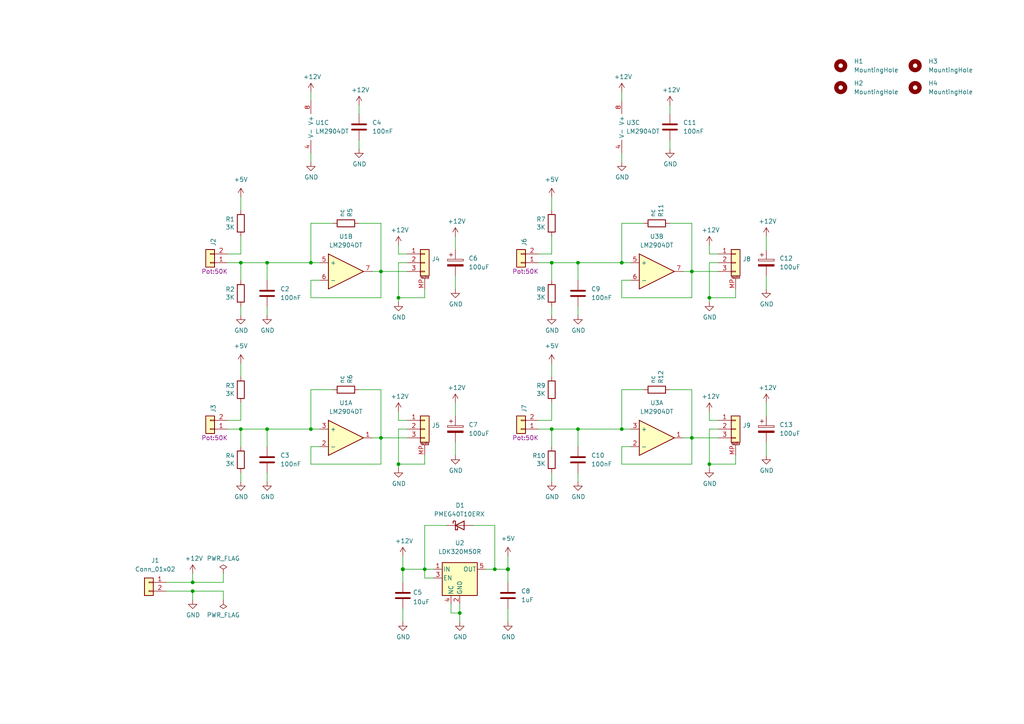
<source format=kicad_sch>
(kicad_sch (version 20210621) (generator eeschema)
  (paper "A4")
  (title_block (title "Mini Light Control") (date "2021-10-10") (rev "V1.0") (company "Antoine163"))
  (lib_symbols
    (symbol "Connector_Generic:Conn_01x02" (pin_names (offset 1.016) hide)
      (property "Reference" "J" (at 0 2.54 0))
      (property "Value" "Conn_01x02" (at 0 -5.08 0))
      (symbol "Conn_01x02_1_1"
        (rectangle (start -1.27 -2.413) (end 0 -2.667) (stroke (width 0.1524)))
        (rectangle (start -1.27 0.127) (end 0 -0.127) (stroke (width 0.1524)))
        (rectangle (start -1.27 1.27) (end 1.27 -3.81) (stroke (width 0.254)) (fill (type background)))
        (pin passive line (at -5.08 0 0) (length 3.81) (name "Pin_1") (number "1"))
        (pin passive line (at -5.08 -2.54 0) (length 3.81) (name "Pin_2") (number "2"))
      )
    )
    (symbol "Connector_Generic_MountingPin:Conn_01x03_MountingPin" (pin_names (offset 1.016) hide)
      (property "Reference" "J" (at 0 5.08 0))
      (property "Value" "Conn_01x03_MountingPin" (at 1.27 -5.08 0))
      (symbol "Conn_01x03_MountingPin_1_1"
        (text "Mounting" (at 0 -4.191 0) (effects (font (size 0.381 0.381))))
        (rectangle (start -1.27 -2.413) (end 0 -2.667) (stroke (width 0.1524)))
        (rectangle (start -1.27 0.127) (end 0 -0.127) (stroke (width 0.1524)))
        (rectangle (start -1.27 2.667) (end 0 2.413) (stroke (width 0.1524)))
        (rectangle (start -1.27 3.81) (end 1.27 -3.81) (stroke (width 0.254)) (fill (type background)))
        (polyline (pts (xy -1.016 -4.572) (xy 1.016 -4.572)) (stroke (width 0.1524)))
        (pin passive line (at -5.08 2.54 0) (length 3.81) (name "Pin_1") (number "1"))
        (pin passive line (at -5.08 0 0) (length 3.81) (name "Pin_2") (number "2"))
        (pin passive line (at -5.08 -2.54 0) (length 3.81) (name "Pin_3") (number "3"))
        (pin passive line (at 0 -7.62 90) (length 3.048) (name "MountPin") (number "MP"))
      )
    )
    (symbol "Device:C" (pin_numbers hide) (pin_names (offset 0.254))
      (property "Reference" "C" (at 0.635 2.54 0))
      (property "Value" "C" (at 0.635 -2.54 0))
      (symbol "C_0_1"
        (polyline (pts (xy -2.032 -0.762) (xy 2.032 -0.762)) (stroke (width 0.508)))
        (polyline (pts (xy -2.032 0.762) (xy 2.032 0.762)) (stroke (width 0.508)))
      )
      (symbol "C_1_1"
        (pin passive line (at 0 3.81 270) (length 2.794) (name "~") (number "1"))
        (pin passive line (at 0 -3.81 90) (length 2.794) (name "~") (number "2"))
      )
    )
    (symbol "Device:C_Polarized" (pin_numbers hide) (pin_names (offset 0.254))
      (property "Reference" "C" (at 0.635 2.54 0))
      (property "Value" "C_Polarized" (at 0.635 -2.54 0))
      (symbol "C_Polarized_0_1"
        (rectangle (start -2.286 0.508) (end 2.286 1.016))
        (rectangle (start 2.286 -0.508) (end -2.286 -1.016) (fill (type outline)))
        (polyline (pts (xy -1.778 2.286) (xy -0.762 2.286)))
        (polyline (pts (xy -1.27 2.794) (xy -1.27 1.778)))
      )
      (symbol "C_Polarized_1_1"
        (pin passive line (at 0 3.81 270) (length 2.794) (name "~") (number "1"))
        (pin passive line (at 0 -3.81 90) (length 2.794) (name "~") (number "2"))
      )
    )
    (symbol "Device:D_Schottky" (pin_numbers hide) (pin_names (offset 1.016) hide)
      (property "Reference" "D" (at 0 2.54 0))
      (property "Value" "D_Schottky" (at 0 -2.54 0))
      (symbol "D_Schottky_0_1"
        (polyline (pts (xy 1.27 0) (xy -1.27 0)))
        (polyline (pts (xy 1.27 1.27) (xy 1.27 -1.27) (xy -1.27 0) (xy 1.27 1.27)) (stroke (width 0.254)))
        (polyline (pts (xy -1.905 0.635) (xy -1.905 1.27) (xy -1.27 1.27) (xy -1.27 -1.27) (xy -0.635 -1.27) (xy -0.635 -0.635)) (stroke (width 0.254)))
      )
      (symbol "D_Schottky_1_1"
        (pin passive line (at -3.81 0 0) (length 2.54) (name "K") (number "1"))
        (pin passive line (at 3.81 0 180) (length 2.54) (name "A") (number "2"))
      )
    )
    (symbol "Device:Opamp_Dual"
      (property "Reference" "U" (at 0 5.08 0))
      (property "Value" "Opamp_Dual" (at 0 -5.08 0))
      (symbol "Opamp_Dual_1_1"
        (polyline (pts (xy -5.08 5.08) (xy 5.08 0) (xy -5.08 -5.08) (xy -5.08 5.08)) (stroke (width 0.254)) (fill (type background)))
        (pin output line (at 7.62 0 180) (length 2.54) (name "~") (number "1"))
        (pin input line (at -7.62 -2.54 0) (length 2.54) (name "-") (number "2"))
        (pin input line (at -7.62 2.54 0) (length 2.54) (name "+") (number "3"))
      )
      (symbol "Opamp_Dual_2_1"
        (polyline (pts (xy -5.08 5.08) (xy 5.08 0) (xy -5.08 -5.08) (xy -5.08 5.08)) (stroke (width 0.254)) (fill (type background)))
        (pin input line (at -7.62 2.54 0) (length 2.54) (name "+") (number "5"))
        (pin input line (at -7.62 -2.54 0) (length 2.54) (name "-") (number "6"))
        (pin output line (at 7.62 0 180) (length 2.54) (name "~") (number "7"))
      )
      (symbol "Opamp_Dual_3_1"
        (pin power_in line (at -2.54 -7.62 90) (length 3.81) (name "V-") (number "4"))
        (pin power_in line (at -2.54 7.62 270) (length 3.81) (name "V+") (number "8"))
      )
    )
    (symbol "Device:R" (pin_numbers hide) (pin_names (offset 0))
      (property "Reference" "R" (at 2.032 0 90))
      (property "Value" "R" (at 0 0 90))
      (symbol "R_0_1"
        (rectangle (start -1.016 -2.54) (end 1.016 2.54) (stroke (width 0.254)))
      )
      (symbol "R_1_1"
        (pin passive line (at 0 3.81 270) (length 1.27) (name "~") (number "1"))
        (pin passive line (at 0 -3.81 90) (length 1.27) (name "~") (number "2"))
      )
    )
    (symbol "Mechanical:MountingHole" (pin_names (offset 1.016))
      (property "Reference" "H" (at 0 5.08 0))
      (property "Value" "MountingHole" (at 0 3.175 0))
      (symbol "MountingHole_0_1"
        (circle (center 0 0) (radius 1.27) (stroke (width 1.27)))
      )
    )
    (symbol "antoine163:LDK320M50R" (pin_names (offset 0.254))
      (property "Reference" "U" (at -3.81 5.715 0))
      (property "Value" "LDK320M50R" (at 0 5.715 0))
      (symbol "LDK320M50R_0_1"
        (rectangle (start -5.08 4.445) (end 5.08 -5.08) (stroke (width 0.254)) (fill (type background)))
      )
      (symbol "LDK320M50R_1_1"
        (pin power_in line (at -7.62 2.54 0) (length 2.54) (name "IN") (number "1"))
        (pin power_in line (at 0 -7.62 90) (length 2.54) (name "GND") (number "2"))
        (pin input line (at -7.62 0 0) (length 2.54) (name "EN") (number "3"))
        (pin free line (at -2.54 -7.62 90) (length 2.54) (name "NC") (number "4"))
        (pin power_out line (at 7.62 2.54 180) (length 2.54) (name "OUT") (number "5"))
      )
    )
    (symbol "power:+12V" (power) (pin_names (offset 0))
      (property "Value" "+12V" (at 0 3.556 0))
      (symbol "+12V_0_1"
        (polyline (pts (xy -0.762 1.27) (xy 0 2.54)))
        (polyline (pts (xy 0 0) (xy 0 2.54)))
        (polyline (pts (xy 0 2.54) (xy 0.762 1.27)))
      )
      (symbol "+12V_1_1"
        (pin power_in line (at 0 0 90) (length 0) hide (name "+12V") (number "1"))
      )
    )
    (symbol "power:+5V" (power) (pin_names (offset 0))
      (property "Value" "+5V" (at 0 3.556 0))
      (symbol "+5V_0_1"
        (polyline (pts (xy -0.762 1.27) (xy 0 2.54)))
        (polyline (pts (xy 0 0) (xy 0 2.54)))
        (polyline (pts (xy 0 2.54) (xy 0.762 1.27)))
      )
      (symbol "+5V_1_1"
        (pin power_in line (at 0 0 90) (length 0) hide (name "+5V") (number "1"))
      )
    )
    (symbol "power:GND" (power) (pin_names (offset 0))
      (property "Value" "GND" (at 0 -3.81 0))
      (symbol "GND_0_1"
        (polyline (pts (xy 0 0) (xy 0 -1.27) (xy 1.27 -1.27) (xy 0 -2.54) (xy -1.27 -1.27) (xy 0 -1.27)))
      )
      (symbol "GND_1_1"
        (pin power_in line (at 0 0 270) (length 0) hide (name "GND") (number "1"))
      )
    )
    (symbol "power:PWR_FLAG" (power) (pin_numbers hide) (pin_names (offset 0) hide)
      (property "Value" "PWR_FLAG" (at 0 3.81 0))
      (symbol "PWR_FLAG_0_0"
        (pin power_out line (at 0 0 90) (length 0) (name "pwr") (number "1"))
      )
      (symbol "PWR_FLAG_0_1"
        (polyline (pts (xy 0 0) (xy 0 1.27) (xy -1.016 1.905) (xy 0 2.54) (xy 1.016 1.905) (xy 0 1.27)))
      )
    )
  )
  (junction (at 55.88 168.91))
  (junction (at 55.88 171.45))
  (junction (at 69.85 76.2))
  (junction (at 69.85 124.46))
  (junction (at 77.47 76.2))
  (junction (at 77.47 124.46))
  (junction (at 90.17 76.2))
  (junction (at 90.17 124.46))
  (junction (at 110.49 78.74))
  (junction (at 110.49 127))
  (junction (at 115.57 86.36))
  (junction (at 115.57 134.62))
  (junction (at 116.84 165.1) (diameter 1.016))
  (junction (at 123.19 165.1))
  (junction (at 133.35 177.8))
  (junction (at 143.51 165.1))
  (junction (at 147.32 165.1) (diameter 1.016))
  (junction (at 160.02 76.2))
  (junction (at 160.02 124.46))
  (junction (at 167.64 76.2))
  (junction (at 167.64 124.46))
  (junction (at 180.34 76.2))
  (junction (at 180.34 124.46))
  (junction (at 200.66 78.74))
  (junction (at 200.66 127))
  (junction (at 205.74 86.36))
  (junction (at 205.74 134.62))
  (wire (pts (xy 48.26 168.91) (xy 55.88 168.91)))
  (wire (pts (xy 48.26 171.45) (xy 55.88 171.45)))
  (wire (pts (xy 55.88 166.37) (xy 55.88 168.91)))
  (wire (pts (xy 55.88 168.91) (xy 64.77 168.91)))
  (wire (pts (xy 55.88 171.45) (xy 55.88 173.99)))
  (wire (pts (xy 64.77 168.91) (xy 64.77 166.37)))
  (wire (pts (xy 64.77 171.45) (xy 55.88 171.45)))
  (wire (pts (xy 64.77 173.99) (xy 64.77 171.45)))
  (wire (pts (xy 66.04 76.2) (xy 69.85 76.2)))
  (wire (pts (xy 66.04 124.46) (xy 69.85 124.46)))
  (wire (pts (xy 69.85 57.15) (xy 69.85 60.96)))
  (wire (pts (xy 69.85 68.58) (xy 69.85 73.66)))
  (wire (pts (xy 69.85 73.66) (xy 66.04 73.66)))
  (wire (pts (xy 69.85 76.2) (xy 69.85 81.28)))
  (wire (pts (xy 69.85 91.44) (xy 69.85 88.9)))
  (wire (pts (xy 69.85 105.41) (xy 69.85 109.22)))
  (wire (pts (xy 69.85 116.84) (xy 69.85 121.92)))
  (wire (pts (xy 69.85 121.92) (xy 66.04 121.92)))
  (wire (pts (xy 69.85 124.46) (xy 69.85 129.54)))
  (wire (pts (xy 69.85 139.7) (xy 69.85 137.16)))
  (wire (pts (xy 77.47 76.2) (xy 69.85 76.2)))
  (wire (pts (xy 77.47 76.2) (xy 90.17 76.2)))
  (wire (pts (xy 77.47 81.28) (xy 77.47 76.2)))
  (wire (pts (xy 77.47 88.9) (xy 77.47 91.44)))
  (wire (pts (xy 77.47 124.46) (xy 69.85 124.46)))
  (wire (pts (xy 77.47 124.46) (xy 90.17 124.46)))
  (wire (pts (xy 77.47 129.54) (xy 77.47 124.46)))
  (wire (pts (xy 77.47 137.16) (xy 77.47 139.7)))
  (wire (pts (xy 90.17 26.67) (xy 90.17 29.21)))
  (wire (pts (xy 90.17 44.45) (xy 90.17 46.99)))
  (wire (pts (xy 90.17 64.77) (xy 90.17 76.2)))
  (wire (pts (xy 90.17 76.2) (xy 92.71 76.2)))
  (wire (pts (xy 90.17 81.28) (xy 90.17 86.36)))
  (wire (pts (xy 90.17 86.36) (xy 110.49 86.36)))
  (wire (pts (xy 90.17 113.03) (xy 90.17 124.46)))
  (wire (pts (xy 90.17 124.46) (xy 92.71 124.46)))
  (wire (pts (xy 90.17 129.54) (xy 90.17 134.62)))
  (wire (pts (xy 90.17 134.62) (xy 110.49 134.62)))
  (wire (pts (xy 92.71 81.28) (xy 90.17 81.28)))
  (wire (pts (xy 92.71 129.54) (xy 90.17 129.54)))
  (wire (pts (xy 96.52 64.77) (xy 90.17 64.77)))
  (wire (pts (xy 96.52 113.03) (xy 90.17 113.03)))
  (wire (pts (xy 104.14 30.48) (xy 104.14 33.02)))
  (wire (pts (xy 104.14 40.64) (xy 104.14 43.18)))
  (wire (pts (xy 104.14 64.77) (xy 110.49 64.77)))
  (wire (pts (xy 104.14 113.03) (xy 110.49 113.03)))
  (wire (pts (xy 110.49 64.77) (xy 110.49 78.74)))
  (wire (pts (xy 110.49 78.74) (xy 107.95 78.74)))
  (wire (pts (xy 110.49 78.74) (xy 118.11 78.74)))
  (wire (pts (xy 110.49 86.36) (xy 110.49 78.74)))
  (wire (pts (xy 110.49 113.03) (xy 110.49 127)))
  (wire (pts (xy 110.49 127) (xy 107.95 127)))
  (wire (pts (xy 110.49 127) (xy 118.11 127)))
  (wire (pts (xy 110.49 134.62) (xy 110.49 127)))
  (wire (pts (xy 115.57 73.66) (xy 115.57 71.12)))
  (wire (pts (xy 115.57 76.2) (xy 115.57 86.36)))
  (wire (pts (xy 115.57 86.36) (xy 115.57 87.63)))
  (wire (pts (xy 115.57 121.92) (xy 115.57 119.38)))
  (wire (pts (xy 115.57 124.46) (xy 115.57 134.62)))
  (wire (pts (xy 115.57 134.62) (xy 115.57 135.89)))
  (wire (pts (xy 116.84 161.29) (xy 116.84 165.1)))
  (wire (pts (xy 116.84 165.1) (xy 116.84 168.91)))
  (wire (pts (xy 116.84 176.53) (xy 116.84 180.34)))
  (wire (pts (xy 118.11 73.66) (xy 115.57 73.66)))
  (wire (pts (xy 118.11 76.2) (xy 115.57 76.2)))
  (wire (pts (xy 118.11 121.92) (xy 115.57 121.92)))
  (wire (pts (xy 118.11 124.46) (xy 115.57 124.46)))
  (wire (pts (xy 123.19 83.82) (xy 123.19 86.36)))
  (wire (pts (xy 123.19 86.36) (xy 115.57 86.36)))
  (wire (pts (xy 123.19 132.08) (xy 123.19 134.62)))
  (wire (pts (xy 123.19 134.62) (xy 115.57 134.62)))
  (wire (pts (xy 123.19 152.4) (xy 123.19 165.1)))
  (wire (pts (xy 123.19 165.1) (xy 116.84 165.1)))
  (wire (pts (xy 123.19 167.64) (xy 123.19 165.1)))
  (wire (pts (xy 125.73 165.1) (xy 123.19 165.1)))
  (wire (pts (xy 125.73 167.64) (xy 123.19 167.64)))
  (wire (pts (xy 129.54 152.4) (xy 123.19 152.4)))
  (wire (pts (xy 130.81 175.26) (xy 130.81 177.8)))
  (wire (pts (xy 130.81 177.8) (xy 133.35 177.8)))
  (wire (pts (xy 132.08 68.58) (xy 132.08 72.39)))
  (wire (pts (xy 132.08 80.01) (xy 132.08 83.82)))
  (wire (pts (xy 132.08 116.84) (xy 132.08 120.65)))
  (wire (pts (xy 132.08 128.27) (xy 132.08 132.08)))
  (wire (pts (xy 133.35 175.26) (xy 133.35 177.8)))
  (wire (pts (xy 133.35 177.8) (xy 133.35 180.34)))
  (wire (pts (xy 140.97 165.1) (xy 143.51 165.1)))
  (wire (pts (xy 143.51 152.4) (xy 137.16 152.4)))
  (wire (pts (xy 143.51 165.1) (xy 143.51 152.4)))
  (wire (pts (xy 143.51 165.1) (xy 147.32 165.1)))
  (wire (pts (xy 147.32 161.29) (xy 147.32 165.1)))
  (wire (pts (xy 147.32 165.1) (xy 147.32 168.91)))
  (wire (pts (xy 147.32 176.53) (xy 147.32 180.34)))
  (wire (pts (xy 156.21 76.2) (xy 160.02 76.2)))
  (wire (pts (xy 156.21 124.46) (xy 160.02 124.46)))
  (wire (pts (xy 160.02 57.15) (xy 160.02 60.96)))
  (wire (pts (xy 160.02 68.58) (xy 160.02 73.66)))
  (wire (pts (xy 160.02 73.66) (xy 156.21 73.66)))
  (wire (pts (xy 160.02 76.2) (xy 160.02 81.28)))
  (wire (pts (xy 160.02 91.44) (xy 160.02 88.9)))
  (wire (pts (xy 160.02 105.41) (xy 160.02 109.22)))
  (wire (pts (xy 160.02 116.84) (xy 160.02 121.92)))
  (wire (pts (xy 160.02 121.92) (xy 156.21 121.92)))
  (wire (pts (xy 160.02 124.46) (xy 160.02 129.54)))
  (wire (pts (xy 160.02 139.7) (xy 160.02 137.16)))
  (wire (pts (xy 167.64 76.2) (xy 160.02 76.2)))
  (wire (pts (xy 167.64 76.2) (xy 180.34 76.2)))
  (wire (pts (xy 167.64 81.28) (xy 167.64 76.2)))
  (wire (pts (xy 167.64 88.9) (xy 167.64 91.44)))
  (wire (pts (xy 167.64 124.46) (xy 160.02 124.46)))
  (wire (pts (xy 167.64 124.46) (xy 180.34 124.46)))
  (wire (pts (xy 167.64 129.54) (xy 167.64 124.46)))
  (wire (pts (xy 167.64 137.16) (xy 167.64 139.7)))
  (wire (pts (xy 180.34 26.67) (xy 180.34 29.21)))
  (wire (pts (xy 180.34 44.45) (xy 180.34 46.99)))
  (wire (pts (xy 180.34 64.77) (xy 180.34 76.2)))
  (wire (pts (xy 180.34 76.2) (xy 182.88 76.2)))
  (wire (pts (xy 180.34 81.28) (xy 180.34 86.36)))
  (wire (pts (xy 180.34 86.36) (xy 200.66 86.36)))
  (wire (pts (xy 180.34 113.03) (xy 180.34 124.46)))
  (wire (pts (xy 180.34 124.46) (xy 182.88 124.46)))
  (wire (pts (xy 180.34 129.54) (xy 180.34 134.62)))
  (wire (pts (xy 180.34 134.62) (xy 200.66 134.62)))
  (wire (pts (xy 182.88 81.28) (xy 180.34 81.28)))
  (wire (pts (xy 182.88 129.54) (xy 180.34 129.54)))
  (wire (pts (xy 186.69 64.77) (xy 180.34 64.77)))
  (wire (pts (xy 186.69 113.03) (xy 180.34 113.03)))
  (wire (pts (xy 194.31 30.48) (xy 194.31 33.02)))
  (wire (pts (xy 194.31 40.64) (xy 194.31 43.18)))
  (wire (pts (xy 194.31 64.77) (xy 200.66 64.77)))
  (wire (pts (xy 194.31 113.03) (xy 200.66 113.03)))
  (wire (pts (xy 200.66 64.77) (xy 200.66 78.74)))
  (wire (pts (xy 200.66 78.74) (xy 198.12 78.74)))
  (wire (pts (xy 200.66 78.74) (xy 208.28 78.74)))
  (wire (pts (xy 200.66 86.36) (xy 200.66 78.74)))
  (wire (pts (xy 200.66 113.03) (xy 200.66 127)))
  (wire (pts (xy 200.66 127) (xy 198.12 127)))
  (wire (pts (xy 200.66 127) (xy 208.28 127)))
  (wire (pts (xy 200.66 134.62) (xy 200.66 127)))
  (wire (pts (xy 205.74 73.66) (xy 205.74 71.12)))
  (wire (pts (xy 205.74 76.2) (xy 205.74 86.36)))
  (wire (pts (xy 205.74 86.36) (xy 205.74 87.63)))
  (wire (pts (xy 205.74 121.92) (xy 205.74 119.38)))
  (wire (pts (xy 205.74 124.46) (xy 205.74 134.62)))
  (wire (pts (xy 205.74 134.62) (xy 205.74 135.89)))
  (wire (pts (xy 208.28 73.66) (xy 205.74 73.66)))
  (wire (pts (xy 208.28 76.2) (xy 205.74 76.2)))
  (wire (pts (xy 208.28 121.92) (xy 205.74 121.92)))
  (wire (pts (xy 208.28 124.46) (xy 205.74 124.46)))
  (wire (pts (xy 213.36 83.82) (xy 213.36 86.36)))
  (wire (pts (xy 213.36 86.36) (xy 205.74 86.36)))
  (wire (pts (xy 213.36 132.08) (xy 213.36 134.62)))
  (wire (pts (xy 213.36 134.62) (xy 205.74 134.62)))
  (wire (pts (xy 222.25 68.58) (xy 222.25 72.39)))
  (wire (pts (xy 222.25 80.01) (xy 222.25 83.82)))
  (wire (pts (xy 222.25 116.84) (xy 222.25 120.65)))
  (wire (pts (xy 222.25 128.27) (xy 222.25 132.08)))
  (symbol (lib_id "power:+12V") (at 55.88 166.37 0) (unit 1)
    (property "Reference" "#PWR01" (effects hide))
    (property "Value" "+12V" (at 56.261 161.9758 0))
  )
  (symbol (lib_id "power:+5V") (at 69.85 57.15 0) (unit 1)
    (property "Reference" "#PWR0102" (effects hide))
    (property "Value" "+5V" (at 69.85 52.07 0))
  )
  (symbol (lib_id "power:+5V") (at 69.85 105.41 0) (unit 1)
    (property "Reference" "#PWR0101" (effects hide))
    (property "Value" "+5V" (at 69.85 100.33 0))
  )
  (symbol (lib_id "power:+12V") (at 90.17 26.67 0) (unit 1)
    (property "Reference" "#PWR09" (effects hide))
    (property "Value" "+12V" (at 90.551 22.2758 0))
  )
  (symbol (lib_id "power:+12V") (at 104.14 30.48 0) (unit 1)
    (property "Reference" "#PWR011" (effects hide))
    (property "Value" "+12V" (at 104.521 26.0858 0))
  )
  (symbol (lib_id "power:+12V") (at 115.57 71.12 0) (unit 1)
    (property "Reference" "#PWR013" (effects hide))
    (property "Value" "+12V" (at 115.951 66.7258 0))
  )
  (symbol (lib_id "power:+12V") (at 115.57 119.38 0) (unit 1)
    (property "Reference" "#PWR015" (effects hide))
    (property "Value" "+12V" (at 115.951 114.9858 0))
  )
  (symbol (lib_id "power:+12V") (at 116.84 161.29 0) (unit 1)
    (property "Reference" "#PWR017" (effects hide))
    (property "Value" "+12V" (at 117.221 156.8958 0))
  )
  (symbol (lib_id "power:+12V") (at 132.08 68.58 0) (unit 1)
    (property "Reference" "#PWR019" (effects hide))
    (property "Value" "+12V" (at 132.461 64.1858 0))
  )
  (symbol (lib_id "power:+12V") (at 132.08 116.84 0) (unit 1)
    (property "Reference" "#PWR021" (effects hide))
    (property "Value" "+12V" (at 132.461 112.4458 0))
  )
  (symbol (lib_id "power:+5V") (at 147.32 161.29 0) (unit 1)
    (property "Reference" "#PWR0103" (effects hide))
    (property "Value" "+5V" (at 147.32 156.21 0))
  )
  (symbol (lib_id "power:+5V") (at 160.02 57.15 0) (unit 1)
    (property "Reference" "#PWR0105" (effects hide))
    (property "Value" "+5V" (at 160.02 52.07 0))
  )
  (symbol (lib_id "power:+5V") (at 160.02 105.41 0) (unit 1)
    (property "Reference" "#PWR0104" (effects hide))
    (property "Value" "+5V" (at 160.02 100.33 0))
  )
  (symbol (lib_id "power:+12V") (at 180.34 26.67 0) (unit 1)
    (property "Reference" "#PWR032" (effects hide))
    (property "Value" "+12V" (at 180.721 22.2758 0))
  )
  (symbol (lib_id "power:+12V") (at 194.31 30.48 0) (unit 1)
    (property "Reference" "#PWR034" (effects hide))
    (property "Value" "+12V" (at 194.691 26.0858 0))
  )
  (symbol (lib_id "power:+12V") (at 205.74 71.12 0) (unit 1)
    (property "Reference" "#PWR036" (effects hide))
    (property "Value" "+12V" (at 206.121 66.7258 0))
  )
  (symbol (lib_id "power:+12V") (at 205.74 119.38 0) (unit 1)
    (property "Reference" "#PWR038" (effects hide))
    (property "Value" "+12V" (at 206.121 114.9858 0))
  )
  (symbol (lib_id "power:+12V") (at 222.25 68.58 0) (unit 1)
    (property "Reference" "#PWR040" (effects hide))
    (property "Value" "+12V" (at 222.631 64.1858 0))
  )
  (symbol (lib_id "power:+12V") (at 222.25 116.84 0) (unit 1)
    (property "Reference" "#PWR042" (effects hide))
    (property "Value" "+12V" (at 222.631 112.4458 0))
  )
  (symbol (lib_id "power:PWR_FLAG") (at 64.77 166.37 0) (unit 1)
    (property "Reference" "#FLG01" (effects hide))
    (property "Value" "PWR_FLAG" (at 64.77 161.9758 0))
  )
  (symbol (lib_id "power:PWR_FLAG") (at 64.77 173.99 180) (unit 1)
    (property "Reference" "#FLG02" (effects hide))
    (property "Value" "PWR_FLAG" (at 64.77 178.3842 0))
  )
  (symbol (lib_id "power:GND") (at 55.88 173.99 0) (unit 1)
    (property "Reference" "#PWR02" (effects hide))
    (property "Value" "GND" (at 56.007 178.3842 0))
  )
  (symbol (lib_id "power:GND") (at 69.85 91.44 0) (unit 1)
    (property "Reference" "#PWR04" (effects hide))
    (property "Value" "GND" (at 69.977 95.8342 0))
  )
  (symbol (lib_id "power:GND") (at 69.85 139.7 0) (unit 1)
    (property "Reference" "#PWR06" (effects hide))
    (property "Value" "GND" (at 69.977 144.0942 0))
  )
  (symbol (lib_id "power:GND") (at 77.47 91.44 0) (unit 1)
    (property "Reference" "#PWR07" (effects hide))
    (property "Value" "GND" (at 77.597 95.8342 0))
  )
  (symbol (lib_id "power:GND") (at 77.47 139.7 0) (unit 1)
    (property "Reference" "#PWR08" (effects hide))
    (property "Value" "GND" (at 77.597 144.0942 0))
  )
  (symbol (lib_id "power:GND") (at 90.17 46.99 0) (unit 1)
    (property "Reference" "#PWR010" (effects hide))
    (property "Value" "GND" (at 90.297 51.3842 0))
  )
  (symbol (lib_id "power:GND") (at 104.14 43.18 0) (unit 1)
    (property "Reference" "#PWR012" (effects hide))
    (property "Value" "GND" (at 104.267 47.5742 0))
  )
  (symbol (lib_id "power:GND") (at 115.57 87.63 0) (unit 1)
    (property "Reference" "#PWR014" (effects hide))
    (property "Value" "GND" (at 115.697 92.0242 0))
  )
  (symbol (lib_id "power:GND") (at 115.57 135.89 0) (unit 1)
    (property "Reference" "#PWR016" (effects hide))
    (property "Value" "GND" (at 115.697 140.2842 0))
  )
  (symbol (lib_id "power:GND") (at 116.84 180.34 0) (unit 1)
    (property "Reference" "#PWR018" (effects hide))
    (property "Value" "GND" (at 116.967 184.7342 0))
  )
  (symbol (lib_id "power:GND") (at 132.08 83.82 0) (unit 1)
    (property "Reference" "#PWR020" (effects hide))
    (property "Value" "GND" (at 132.207 88.2142 0))
  )
  (symbol (lib_id "power:GND") (at 132.08 132.08 0) (unit 1)
    (property "Reference" "#PWR022" (effects hide))
    (property "Value" "GND" (at 132.207 136.4742 0))
  )
  (symbol (lib_id "power:GND") (at 133.35 180.34 0) (unit 1)
    (property "Reference" "#PWR023" (effects hide))
    (property "Value" "GND" (at 133.477 184.7342 0))
  )
  (symbol (lib_id "power:GND") (at 147.32 180.34 0) (unit 1)
    (property "Reference" "#PWR025" (effects hide))
    (property "Value" "GND" (at 147.447 184.7342 0))
  )
  (symbol (lib_id "power:GND") (at 160.02 91.44 0) (unit 1)
    (property "Reference" "#PWR027" (effects hide))
    (property "Value" "GND" (at 160.147 95.8342 0))
  )
  (symbol (lib_id "power:GND") (at 160.02 139.7 0) (unit 1)
    (property "Reference" "#PWR029" (effects hide))
    (property "Value" "GND" (at 160.147 144.0942 0))
  )
  (symbol (lib_id "power:GND") (at 167.64 91.44 0) (unit 1)
    (property "Reference" "#PWR030" (effects hide))
    (property "Value" "GND" (at 167.767 95.8342 0))
  )
  (symbol (lib_id "power:GND") (at 167.64 139.7 0) (unit 1)
    (property "Reference" "#PWR031" (effects hide))
    (property "Value" "GND" (at 167.767 144.0942 0))
  )
  (symbol (lib_id "power:GND") (at 180.34 46.99 0) (unit 1)
    (property "Reference" "#PWR033" (effects hide))
    (property "Value" "GND" (at 180.467 51.3842 0))
  )
  (symbol (lib_id "power:GND") (at 194.31 43.18 0) (unit 1)
    (property "Reference" "#PWR035" (effects hide))
    (property "Value" "GND" (at 194.437 47.5742 0))
  )
  (symbol (lib_id "power:GND") (at 205.74 87.63 0) (unit 1)
    (property "Reference" "#PWR037" (effects hide))
    (property "Value" "GND" (at 205.867 92.0242 0))
  )
  (symbol (lib_id "power:GND") (at 205.74 135.89 0) (unit 1)
    (property "Reference" "#PWR039" (effects hide))
    (property "Value" "GND" (at 205.867 140.2842 0))
  )
  (symbol (lib_id "power:GND") (at 222.25 83.82 0) (unit 1)
    (property "Reference" "#PWR041" (effects hide))
    (property "Value" "GND" (at 222.377 88.2142 0))
  )
  (symbol (lib_id "power:GND") (at 222.25 132.08 0) (unit 1)
    (property "Reference" "#PWR043" (effects hide))
    (property "Value" "GND" (at 222.377 136.4742 0))
  )
  (symbol (lib_id "Device:Opamp_Dual") (at 92.71 36.83 0) (unit 3)
    (property "Reference" "U1" (at 91.44 35.56 0) (effects (justify left)))
    (property "Value" "LM2904DT" (at 91.44 38.1 0) (effects (justify left)))
    (property "Footprint" "Package_SO:SOIC-8_3.9x4.9mm_P1.27mm" (effects hide))
    (property "Datasheet" "https://www.st.com/resource/en/datasheet/lm2904.pdf" (effects hide))
    (property "Vendor" "ST:LM2904DT" (effects hide))
  )
  (symbol (lib_id "Device:Opamp_Dual") (at 182.88 36.83 0) (unit 3)
    (property "Reference" "U3" (at 181.61 35.56 0) (effects (justify left)))
    (property "Value" "LM2904DT" (at 181.61 38.1 0) (effects (justify left)))
    (property "Footprint" "Package_SO:SOIC-8_3.9x4.9mm_P1.27mm" (effects hide))
    (property "Datasheet" "https://www.st.com/resource/en/datasheet/lm2904.pdf" (effects hide))
    (property "Vendor" "ST:LM2904DT" (effects hide))
  )
  (symbol (lib_id "Mechanical:MountingHole") (at 243.84 19.05 0) (unit 1)
    (property "Reference" "H1" (at 247.65 17.7799 0) (effects (justify left)))
    (property "Value" "MountingHole" (at 247.65 20.3199 0) (effects (justify left)))
    (property "Footprint" "MountingHole:MountingHole_3.2mm_M3" (effects hide))
  )
  (symbol (lib_id "Mechanical:MountingHole") (at 243.84 25.4 0) (unit 1)
    (property "Reference" "H2" (at 247.65 24.1299 0) (effects (justify left)))
    (property "Value" "MountingHole" (at 247.65 26.6699 0) (effects (justify left)))
    (property "Footprint" "MountingHole:MountingHole_3.2mm_M3" (effects hide))
  )
  (symbol (lib_id "Mechanical:MountingHole") (at 265.43 19.05 0) (unit 1)
    (property "Reference" "H3" (at 269.24 17.7799 0) (effects (justify left)))
    (property "Value" "MountingHole" (at 269.24 20.3199 0) (effects (justify left)))
    (property "Footprint" "MountingHole:MountingHole_3.2mm_M3" (effects hide))
  )
  (symbol (lib_id "Mechanical:MountingHole") (at 265.43 25.4 0) (unit 1)
    (property "Reference" "H4" (at 269.24 24.1299 0) (effects (justify left)))
    (property "Value" "MountingHole" (at 269.24 26.6699 0) (effects (justify left)))
    (property "Footprint" "MountingHole:MountingHole_3.2mm_M3" (effects hide))
  )
  (symbol (lib_id "Device:R") (at 69.85 64.77 0) (mirror x) (unit 1)
    (property "Reference" "R1" (at 68.0974 63.6016 0) (effects (justify right)))
    (property "Value" "3K" (at 68.0974 65.913 0) (effects (justify right)))
    (property "Footprint" "Resistor_SMD:R_0402_1005Metric_Pad0.72x0.64mm_HandSolder" (effects hide))
  )
  (symbol (lib_id "Device:R") (at 69.85 85.09 0) (mirror x) (unit 1)
    (property "Reference" "R2" (at 68.0974 83.9216 0) (effects (justify right)))
    (property "Value" "3K" (at 68.0974 86.233 0) (effects (justify right)))
    (property "Footprint" "Resistor_SMD:R_0402_1005Metric_Pad0.72x0.64mm_HandSolder" (effects hide))
  )
  (symbol (lib_id "Device:R") (at 69.85 113.03 0) (mirror x) (unit 1)
    (property "Reference" "R3" (at 68.0974 111.8616 0) (effects (justify right)))
    (property "Value" "3K" (at 68.0974 114.173 0) (effects (justify right)))
    (property "Footprint" "Resistor_SMD:R_0402_1005Metric_Pad0.72x0.64mm_HandSolder" (effects hide))
  )
  (symbol (lib_id "Device:R") (at 69.85 133.35 0) (mirror x) (unit 1)
    (property "Reference" "R4" (at 68.0974 132.1816 0) (effects (justify right)))
    (property "Value" "3K" (at 68.0974 134.493 0) (effects (justify right)))
    (property "Footprint" "Resistor_SMD:R_0402_1005Metric_Pad0.72x0.64mm_HandSolder" (effects hide))
  )
  (symbol (lib_id "Device:R") (at 100.33 64.77 90) (mirror x) (unit 1)
    (property "Reference" "R5" (at 101.4984 63.0174 0) (effects (justify right)))
    (property "Value" "nc" (at 99.187 63.0174 0) (effects (justify right)))
    (property "Footprint" "Resistor_SMD:R_0402_1005Metric_Pad0.72x0.64mm_HandSolder" (effects hide))
  )
  (symbol (lib_id "Device:R") (at 100.33 113.03 90) (mirror x) (unit 1)
    (property "Reference" "R6" (at 101.4984 111.2774 0) (effects (justify right)))
    (property "Value" "nc" (at 99.187 111.2774 0) (effects (justify right)))
    (property "Footprint" "Resistor_SMD:R_0402_1005Metric_Pad0.72x0.64mm_HandSolder" (effects hide))
  )
  (symbol (lib_id "Device:R") (at 160.02 64.77 0) (mirror x) (unit 1)
    (property "Reference" "R7" (at 158.2674 63.6016 0) (effects (justify right)))
    (property "Value" "3K" (at 158.2674 65.913 0) (effects (justify right)))
    (property "Footprint" "Resistor_SMD:R_0402_1005Metric_Pad0.72x0.64mm_HandSolder" (effects hide))
  )
  (symbol (lib_id "Device:R") (at 160.02 85.09 0) (mirror x) (unit 1)
    (property "Reference" "R8" (at 158.2674 83.9216 0) (effects (justify right)))
    (property "Value" "3K" (at 158.2674 86.233 0) (effects (justify right)))
    (property "Footprint" "Resistor_SMD:R_0402_1005Metric_Pad0.72x0.64mm_HandSolder" (effects hide))
  )
  (symbol (lib_id "Device:R") (at 160.02 113.03 0) (mirror x) (unit 1)
    (property "Reference" "R9" (at 158.2674 111.8616 0) (effects (justify right)))
    (property "Value" "3K" (at 158.2674 114.173 0) (effects (justify right)))
    (property "Footprint" "Resistor_SMD:R_0402_1005Metric_Pad0.72x0.64mm_HandSolder" (effects hide))
  )
  (symbol (lib_id "Device:R") (at 160.02 133.35 0) (mirror x) (unit 1)
    (property "Reference" "R10" (at 158.2674 132.1816 0) (effects (justify right)))
    (property "Value" "3K" (at 158.2674 134.493 0) (effects (justify right)))
    (property "Footprint" "Resistor_SMD:R_0402_1005Metric_Pad0.72x0.64mm_HandSolder" (effects hide))
  )
  (symbol (lib_id "Device:R") (at 190.5 64.77 90) (mirror x) (unit 1)
    (property "Reference" "R11" (at 191.6684 63.0174 0) (effects (justify right)))
    (property "Value" "nc" (at 189.357 63.0174 0) (effects (justify right)))
    (property "Footprint" "Resistor_SMD:R_0402_1005Metric_Pad0.72x0.64mm_HandSolder" (effects hide))
  )
  (symbol (lib_id "Device:R") (at 190.5 113.03 90) (mirror x) (unit 1)
    (property "Reference" "R12" (at 191.6684 111.2774 0) (effects (justify right)))
    (property "Value" "nc" (at 189.357 111.2774 0) (effects (justify right)))
    (property "Footprint" "Resistor_SMD:R_0402_1005Metric_Pad0.72x0.64mm_HandSolder" (effects hide))
  )
  (symbol (lib_id "Device:D_Schottky") (at 133.35 152.4 0) (unit 1)
    (property "Reference" "D1" (at 133.4516 146.5834 0))
    (property "Value" "PMEG40T10ERX" (at 133.223 149.1234 0))
    (property "Footprint" "Diode_SMD:Nexperia_CFP3_SOD-123W" (effects hide))
    (property "Datasheet" "https://assets.nexperia.com/documents/data-sheet/PMEG40T10ER.pdf" (effects hide))
    (property "Vendor" "Nexperia:PMEG40T10ERX" (effects hide))
  )
  (symbol (lib_id "Connector_Generic:Conn_01x02") (at 43.18 168.91 0) (mirror y) (unit 1)
    (property "Reference" "J1" (at 45.0215 162.56 0))
    (property "Value" "Conn_01x02" (at 45.0215 165.1 0))
    (property "Footprint" "Connector_JST:JST_PH_B2B-PH-K_1x02_P2.00mm_Vertical" (effects hide))
    (property "Datasheet" "https://www.jst.fr/core/file.get?path=doc/jst/family/pdf/ePH.pdf" (effects hide))
    (property "Vendor" "JST:B2B-PH-K-S" (effects hide))
  )
  (symbol (lib_id "Connector_Generic:Conn_01x02") (at 60.96 76.2 180) (unit 1)
    (property "Reference" "J2" (at 61.8744 71.4248 90) (effects (justify right)))
    (property "Value" "Conn_01x02" (effects hide))
    (property "Footprint" "Connector_JST:JST_PH_B2B-PH-K_1x02_P2.00mm_Vertical" (effects hide))
    (property "Datasheet" "https://www.jst.fr/core/file.get?path=doc/jst/family/pdf/ePH.pdf" (effects hide))
    (property "Vendor" "JST:B2B-PH-K-S" (effects hide))
    (property "Field5" "Pot:50K" (at 62.23 78.74 0))
  )
  (symbol (lib_id "Connector_Generic:Conn_01x02") (at 60.96 124.46 180) (unit 1)
    (property "Reference" "J3" (at 61.8744 119.6848 90) (effects (justify right)))
    (property "Value" "Conn_01x02" (effects hide))
    (property "Footprint" "Connector_JST:JST_PH_B2B-PH-K_1x02_P2.00mm_Vertical" (effects hide))
    (property "Datasheet" "https://www.jst.fr/core/file.get?path=doc/jst/family/pdf/ePH.pdf" (effects hide))
    (property "Vendor" "JST:B2B-PH-K-S" (effects hide))
    (property "Field5" "Pot:50K" (at 62.23 127 0))
  )
  (symbol (lib_id "Connector_Generic:Conn_01x02") (at 151.13 76.2 180) (unit 1)
    (property "Reference" "J6" (at 152.0444 71.4248 90) (effects (justify right)))
    (property "Value" "Conn_01x02" (effects hide))
    (property "Footprint" "Connector_JST:JST_PH_B2B-PH-K_1x02_P2.00mm_Vertical" (effects hide))
    (property "Datasheet" "https://www.jst.fr/core/file.get?path=doc/jst/family/pdf/ePH.pdf" (effects hide))
    (property "Vendor" "JST:B2B-PH-K-S" (effects hide))
    (property "Field5" "Pot:50K" (at 152.4 78.74 0))
  )
  (symbol (lib_id "Connector_Generic:Conn_01x02") (at 151.13 124.46 180) (unit 1)
    (property "Reference" "J7" (at 152.0444 119.6848 90) (effects (justify right)))
    (property "Value" "Conn_01x02" (effects hide))
    (property "Footprint" "Connector_JST:JST_PH_B2B-PH-K_1x02_P2.00mm_Vertical" (effects hide))
    (property "Datasheet" "https://www.jst.fr/core/file.get?path=doc/jst/family/pdf/ePH.pdf" (effects hide))
    (property "Vendor" "JST:B2B-PH-K-S" (effects hide))
    (property "Field5" "Pot:50K" (at 152.4 127 0))
  )
  (symbol (lib_id "Device:C") (at 77.47 85.09 0) (unit 1)
    (property "Reference" "C2" (at 81.28 83.8199 0) (effects (justify left)))
    (property "Value" "100nF" (at 81.28 86.3599 0) (effects (justify left)))
    (property "Footprint" "Capacitor_SMD:C_0402_1005Metric_Pad0.74x0.62mm_HandSolder" (effects hide))
  )
  (symbol (lib_id "Device:C") (at 77.47 133.35 0) (unit 1)
    (property "Reference" "C3" (at 81.28 132.0799 0) (effects (justify left)))
    (property "Value" "100nF" (at 81.28 134.6199 0) (effects (justify left)))
    (property "Footprint" "Capacitor_SMD:C_0402_1005Metric_Pad0.74x0.62mm_HandSolder" (effects hide))
  )
  (symbol (lib_id "Device:C") (at 104.14 36.83 0) (unit 1)
    (property "Reference" "C4" (at 107.95 35.5599 0) (effects (justify left)))
    (property "Value" "100nF" (at 107.95 38.0999 0) (effects (justify left)))
    (property "Footprint" "Capacitor_SMD:C_0402_1005Metric_Pad0.74x0.62mm_HandSolder" (effects hide))
  )
  (symbol (lib_id "Device:C") (at 116.84 172.72 0) (unit 1)
    (property "Reference" "C5" (at 119.7611 171.8115 0) (effects (justify left)))
    (property "Value" "10uF" (at 119.7611 174.5866 0) (effects (justify left)))
    (property "Footprint" "Capacitor_SMD:C_0805_2012Metric_Pad1.18x1.45mm_HandSolder" (effects hide))
  )
  (symbol (lib_id "Device:C_Polarized") (at 132.08 76.2 0) (unit 1)
    (property "Reference" "C6" (at 135.89 74.9299 0) (effects (justify left)))
    (property "Value" "100uF" (at 135.89 77.4699 0) (effects (justify left)))
    (property "Footprint" "Capacitor_SMD:CP_Elec_6.3x7.7" (effects hide))
    (property "Datasheet" "https://www.farnell.com/datasheets/3486024.pdf" (effects hide))
    (property "Vendor" "multicomp:MCVVT025M101EA6L" (effects hide))
  )
  (symbol (lib_id "Device:C_Polarized") (at 132.08 124.46 0) (unit 1)
    (property "Reference" "C7" (at 135.89 123.1899 0) (effects (justify left)))
    (property "Value" "100uF" (at 135.89 125.7299 0) (effects (justify left)))
    (property "Footprint" "Capacitor_SMD:CP_Elec_6.3x7.7" (effects hide))
    (property "Datasheet" "https://www.farnell.com/datasheets/3486024.pdf" (effects hide))
    (property "Vendor" "multicomp:MCVVT025M101EA6L" (effects hide))
  )
  (symbol (lib_id "Device:C") (at 147.32 172.72 0) (unit 1)
    (property "Reference" "C8" (at 151.13 171.4499 0) (effects (justify left)))
    (property "Value" "1uF" (at 151.13 173.9899 0) (effects (justify left)))
    (property "Footprint" "Capacitor_SMD:C_0603_1608Metric_Pad1.08x0.95mm_HandSolder" (effects hide))
  )
  (symbol (lib_id "Device:C") (at 167.64 85.09 0) (unit 1)
    (property "Reference" "C9" (at 171.45 83.8199 0) (effects (justify left)))
    (property "Value" "100nF" (at 171.45 86.3599 0) (effects (justify left)))
    (property "Footprint" "Capacitor_SMD:C_0402_1005Metric_Pad0.74x0.62mm_HandSolder" (effects hide))
  )
  (symbol (lib_id "Device:C") (at 167.64 133.35 0) (unit 1)
    (property "Reference" "C10" (at 171.45 132.0799 0) (effects (justify left)))
    (property "Value" "100nF" (at 171.45 134.6199 0) (effects (justify left)))
    (property "Footprint" "Capacitor_SMD:C_0402_1005Metric_Pad0.74x0.62mm_HandSolder" (effects hide))
  )
  (symbol (lib_id "Device:C") (at 194.31 36.83 0) (unit 1)
    (property "Reference" "C11" (at 198.12 35.5599 0) (effects (justify left)))
    (property "Value" "100nF" (at 198.12 38.0999 0) (effects (justify left)))
    (property "Footprint" "Capacitor_SMD:C_0402_1005Metric_Pad0.74x0.62mm_HandSolder" (effects hide))
  )
  (symbol (lib_id "Device:C_Polarized") (at 222.25 76.2 0) (unit 1)
    (property "Reference" "C12" (at 226.06 74.9299 0) (effects (justify left)))
    (property "Value" "100uF" (at 226.06 77.4699 0) (effects (justify left)))
    (property "Footprint" "Capacitor_SMD:CP_Elec_6.3x7.7" (effects hide))
    (property "Datasheet" "https://www.farnell.com/datasheets/3486024.pdf" (effects hide))
    (property "Vendor" "multicomp:MCVVT025M101EA6L" (effects hide))
  )
  (symbol (lib_id "Device:C_Polarized") (at 222.25 124.46 0) (unit 1)
    (property "Reference" "C13" (at 226.06 123.1899 0) (effects (justify left)))
    (property "Value" "100uF" (at 226.06 125.7299 0) (effects (justify left)))
    (property "Footprint" "Capacitor_SMD:CP_Elec_6.3x7.7" (effects hide))
    (property "Datasheet" "https://www.farnell.com/datasheets/3486024.pdf" (effects hide))
    (property "Vendor" "multicomp:MCVVT025M101EA6L" (effects hide))
  )
  (symbol (lib_id "Connector_Generic_MountingPin:Conn_01x03_MountingPin") (at 123.19 76.2 0) (unit 1)
    (property "Reference" "J4" (at 125.222 75.1332 0) (effects (justify left)))
    (property "Value" "Conn_01x03" (effects hide))
    (property "Footprint" "Connector_JST:JST_PH_S3B-PH-SM4-TB_1x03-1MP_P2.00mm_Horizontal" (effects hide))
    (property "Datasheet" "https://www.jst.fr/core/file.get?path=doc/jst/family/pdf/ePH.pdf" (effects hide))
    (property "Vendor" "JST:S3B-PH-SM4-TB" (effects hide))
  )
  (symbol (lib_id "Connector_Generic_MountingPin:Conn_01x03_MountingPin") (at 123.19 124.46 0) (unit 1)
    (property "Reference" "J5" (at 125.222 123.3932 0) (effects (justify left)))
    (property "Value" "Conn_01x03" (effects hide))
    (property "Footprint" "Connector_JST:JST_PH_S3B-PH-SM4-TB_1x03-1MP_P2.00mm_Horizontal" (effects hide))
    (property "Vendor" "JST:S3B-PH-SM4-TB" (effects hide))
  )
  (symbol (lib_id "Connector_Generic_MountingPin:Conn_01x03_MountingPin") (at 213.36 76.2 0) (unit 1)
    (property "Reference" "J8" (at 215.392 75.1332 0) (effects (justify left)))
    (property "Value" "Conn_01x03" (effects hide))
    (property "Footprint" "Connector_JST:JST_PH_S3B-PH-SM4-TB_1x03-1MP_P2.00mm_Horizontal" (effects hide))
    (property "Vendor" "JST:S3B-PH-SM4-TB" (effects hide))
  )
  (symbol (lib_id "Connector_Generic_MountingPin:Conn_01x03_MountingPin") (at 213.36 124.46 0) (unit 1)
    (property "Reference" "J9" (at 215.392 123.3932 0) (effects (justify left)))
    (property "Value" "Conn_01x03" (effects hide))
    (property "Footprint" "Connector_JST:JST_PH_S3B-PH-SM4-TB_1x03-1MP_P2.00mm_Horizontal" (effects hide))
    (property "Vendor" "JST:S3B-PH-SM4-TB" (effects hide))
  )
  (symbol (lib_id "Device:Opamp_Dual") (at 100.33 78.74 0) (unit 2)
    (property "Reference" "U1" (at 100.33 68.58 0))
    (property "Value" "LM2904DT" (at 100.33 71.12 0))
    (property "Footprint" "Package_SO:SOIC-8_3.9x4.9mm_P1.27mm" (effects hide))
    (property "Datasheet" "https://www.st.com/resource/en/datasheet/lm2904.pdf" (effects hide))
    (property "Vendor" "ST:LM2904DT" (effects hide))
  )
  (symbol (lib_id "Device:Opamp_Dual") (at 100.33 127 0) (unit 1)
    (property "Reference" "U1" (at 100.33 116.84 0))
    (property "Value" "LM2904DT" (at 100.33 119.38 0))
    (property "Footprint" "Package_SO:SOIC-8_3.9x4.9mm_P1.27mm" (effects hide))
    (property "Datasheet" "https://www.st.com/resource/en/datasheet/lm2904.pdf" (effects hide))
    (property "Vendor" "ST:LM2904DT" (effects hide))
  )
  (symbol (lib_id "Device:Opamp_Dual") (at 190.5 78.74 0) (unit 2)
    (property "Reference" "U3" (at 190.5 68.58 0))
    (property "Value" "LM2904DT" (at 190.5 71.12 0))
    (property "Footprint" "Package_SO:SOIC-8_3.9x4.9mm_P1.27mm" (effects hide))
    (property "Datasheet" "https://www.st.com/resource/en/datasheet/lm2904.pdf" (effects hide))
    (property "Vendor" "ST:LM2904DT" (effects hide))
  )
  (symbol (lib_id "Device:Opamp_Dual") (at 190.5 127 0) (unit 1)
    (property "Reference" "U3" (at 190.5 116.84 0))
    (property "Value" "LM2904DT" (at 190.5 119.38 0))
    (property "Footprint" "Package_SO:SOIC-8_3.9x4.9mm_P1.27mm" (effects hide))
    (property "Datasheet" "https://www.st.com/resource/en/datasheet/lm2904.pdf" (effects hide))
    (property "Vendor" "ST:LM2904DT" (effects hide))
  )
  (symbol (lib_id "antoine163:LDK320M50R") (at 133.35 167.64 0) (unit 1)
    (property "Reference" "U2" (at 133.35 157.48 0))
    (property "Value" "LDK320M50R" (at 133.35 160.02 0))
    (property "Footprint" "Package_TO_SOT_SMD:SOT-23-5" (effects hide))
    (property "Datasheet" "https://www.st.com/resource/en/datasheet/ldk320.pdf" (effects hide))
    (property "Vendor" "ST:LDK320M50R" (effects hide))
  )
)
</source>
